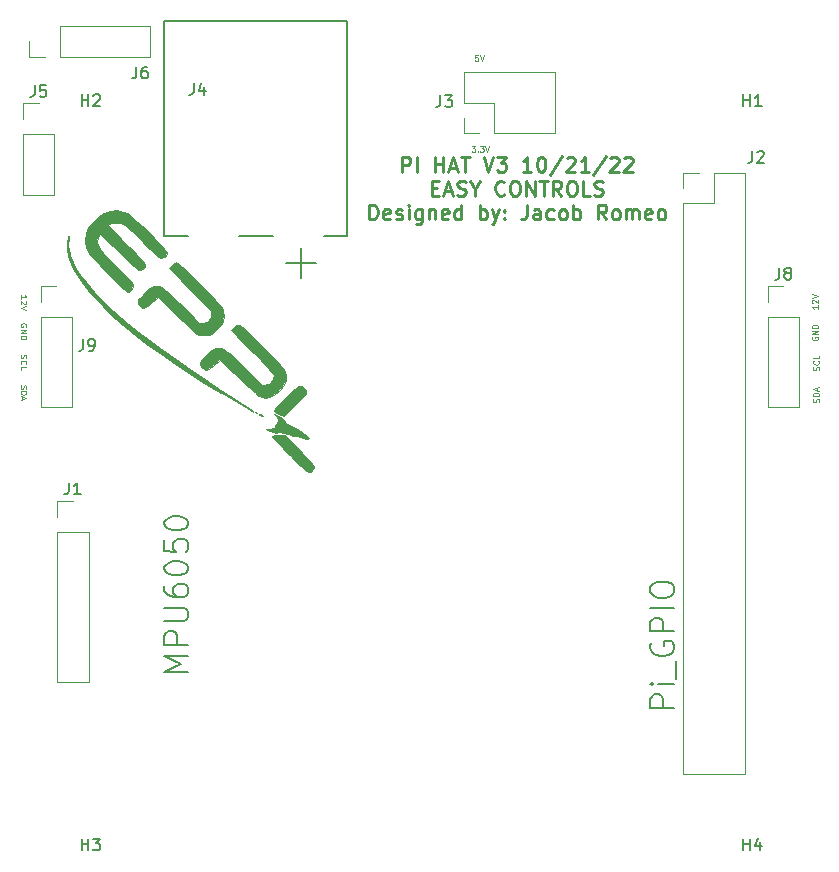
<source format=gbr>
%TF.GenerationSoftware,KiCad,Pcbnew,6.0.8-f2edbf62ab~116~ubuntu22.04.1*%
%TF.CreationDate,2022-11-20T23:04:20-05:00*%
%TF.ProjectId,Pi_HAT_Simple_V3,50695f48-4154-45f5-9369-6d706c655f56,rev?*%
%TF.SameCoordinates,Original*%
%TF.FileFunction,Legend,Top*%
%TF.FilePolarity,Positive*%
%FSLAX46Y46*%
G04 Gerber Fmt 4.6, Leading zero omitted, Abs format (unit mm)*
G04 Created by KiCad (PCBNEW 6.0.8-f2edbf62ab~116~ubuntu22.04.1) date 2022-11-20 23:04:20*
%MOMM*%
%LPD*%
G01*
G04 APERTURE LIST*
%ADD10C,0.100000*%
%ADD11C,0.150000*%
%ADD12C,0.250000*%
%ADD13C,0.010000*%
%ADD14C,0.120000*%
%ADD15C,0.127000*%
G04 APERTURE END LIST*
D10*
X161152380Y-94795238D02*
X161176190Y-94723809D01*
X161176190Y-94604761D01*
X161152380Y-94557142D01*
X161128571Y-94533333D01*
X161080952Y-94509523D01*
X161033333Y-94509523D01*
X160985714Y-94533333D01*
X160961904Y-94557142D01*
X160938095Y-94604761D01*
X160914285Y-94700000D01*
X160890476Y-94747619D01*
X160866666Y-94771428D01*
X160819047Y-94795238D01*
X160771428Y-94795238D01*
X160723809Y-94771428D01*
X160700000Y-94747619D01*
X160676190Y-94700000D01*
X160676190Y-94580952D01*
X160700000Y-94509523D01*
X161128571Y-94009523D02*
X161152380Y-94033333D01*
X161176190Y-94104761D01*
X161176190Y-94152380D01*
X161152380Y-94223809D01*
X161104761Y-94271428D01*
X161057142Y-94295238D01*
X160961904Y-94319047D01*
X160890476Y-94319047D01*
X160795238Y-94295238D01*
X160747619Y-94271428D01*
X160700000Y-94223809D01*
X160676190Y-94152380D01*
X160676190Y-94104761D01*
X160700000Y-94033333D01*
X160723809Y-94009523D01*
X161176190Y-93557142D02*
X161176190Y-93795238D01*
X160676190Y-93795238D01*
X161076190Y-89309523D02*
X161076190Y-89595238D01*
X161076190Y-89452380D02*
X160576190Y-89452380D01*
X160647619Y-89500000D01*
X160695238Y-89547619D01*
X160719047Y-89595238D01*
X160623809Y-89119047D02*
X160600000Y-89095238D01*
X160576190Y-89047619D01*
X160576190Y-88928571D01*
X160600000Y-88880952D01*
X160623809Y-88857142D01*
X160671428Y-88833333D01*
X160719047Y-88833333D01*
X160790476Y-88857142D01*
X161076190Y-89142857D01*
X161076190Y-88833333D01*
X160576190Y-88690476D02*
X161076190Y-88523809D01*
X160576190Y-88357142D01*
X160600000Y-91980952D02*
X160576190Y-92028571D01*
X160576190Y-92100000D01*
X160600000Y-92171428D01*
X160647619Y-92219047D01*
X160695238Y-92242857D01*
X160790476Y-92266666D01*
X160861904Y-92266666D01*
X160957142Y-92242857D01*
X161004761Y-92219047D01*
X161052380Y-92171428D01*
X161076190Y-92100000D01*
X161076190Y-92052380D01*
X161052380Y-91980952D01*
X161028571Y-91957142D01*
X160861904Y-91957142D01*
X160861904Y-92052380D01*
X161076190Y-91742857D02*
X160576190Y-91742857D01*
X161076190Y-91457142D01*
X160576190Y-91457142D01*
X161076190Y-91219047D02*
X160576190Y-91219047D01*
X160576190Y-91100000D01*
X160600000Y-91028571D01*
X160647619Y-90980952D01*
X160695238Y-90957142D01*
X160790476Y-90933333D01*
X160861904Y-90933333D01*
X160957142Y-90957142D01*
X161004761Y-90980952D01*
X161052380Y-91028571D01*
X161076190Y-91100000D01*
X161076190Y-91219047D01*
X161152380Y-97507142D02*
X161176190Y-97435714D01*
X161176190Y-97316666D01*
X161152380Y-97269047D01*
X161128571Y-97245238D01*
X161080952Y-97221428D01*
X161033333Y-97221428D01*
X160985714Y-97245238D01*
X160961904Y-97269047D01*
X160938095Y-97316666D01*
X160914285Y-97411904D01*
X160890476Y-97459523D01*
X160866666Y-97483333D01*
X160819047Y-97507142D01*
X160771428Y-97507142D01*
X160723809Y-97483333D01*
X160700000Y-97459523D01*
X160676190Y-97411904D01*
X160676190Y-97292857D01*
X160700000Y-97221428D01*
X161176190Y-97007142D02*
X160676190Y-97007142D01*
X160676190Y-96888095D01*
X160700000Y-96816666D01*
X160747619Y-96769047D01*
X160795238Y-96745238D01*
X160890476Y-96721428D01*
X160961904Y-96721428D01*
X161057142Y-96745238D01*
X161104761Y-96769047D01*
X161152380Y-96816666D01*
X161176190Y-96888095D01*
X161176190Y-97007142D01*
X161033333Y-96530952D02*
X161033333Y-96292857D01*
X161176190Y-96578571D02*
X160676190Y-96411904D01*
X161176190Y-96245238D01*
D11*
X107754761Y-120323809D02*
X105754761Y-120323809D01*
X107183333Y-119657142D01*
X105754761Y-118990476D01*
X107754761Y-118990476D01*
X107754761Y-118038095D02*
X105754761Y-118038095D01*
X105754761Y-117276190D01*
X105850000Y-117085714D01*
X105945238Y-116990476D01*
X106135714Y-116895238D01*
X106421428Y-116895238D01*
X106611904Y-116990476D01*
X106707142Y-117085714D01*
X106802380Y-117276190D01*
X106802380Y-118038095D01*
X105754761Y-116038095D02*
X107373809Y-116038095D01*
X107564285Y-115942857D01*
X107659523Y-115847619D01*
X107754761Y-115657142D01*
X107754761Y-115276190D01*
X107659523Y-115085714D01*
X107564285Y-114990476D01*
X107373809Y-114895238D01*
X105754761Y-114895238D01*
X105754761Y-113085714D02*
X105754761Y-113466666D01*
X105850000Y-113657142D01*
X105945238Y-113752380D01*
X106230952Y-113942857D01*
X106611904Y-114038095D01*
X107373809Y-114038095D01*
X107564285Y-113942857D01*
X107659523Y-113847619D01*
X107754761Y-113657142D01*
X107754761Y-113276190D01*
X107659523Y-113085714D01*
X107564285Y-112990476D01*
X107373809Y-112895238D01*
X106897619Y-112895238D01*
X106707142Y-112990476D01*
X106611904Y-113085714D01*
X106516666Y-113276190D01*
X106516666Y-113657142D01*
X106611904Y-113847619D01*
X106707142Y-113942857D01*
X106897619Y-114038095D01*
X105754761Y-111657142D02*
X105754761Y-111466666D01*
X105850000Y-111276190D01*
X105945238Y-111180952D01*
X106135714Y-111085714D01*
X106516666Y-110990476D01*
X106992857Y-110990476D01*
X107373809Y-111085714D01*
X107564285Y-111180952D01*
X107659523Y-111276190D01*
X107754761Y-111466666D01*
X107754761Y-111657142D01*
X107659523Y-111847619D01*
X107564285Y-111942857D01*
X107373809Y-112038095D01*
X106992857Y-112133333D01*
X106516666Y-112133333D01*
X106135714Y-112038095D01*
X105945238Y-111942857D01*
X105850000Y-111847619D01*
X105754761Y-111657142D01*
X105754761Y-109180952D02*
X105754761Y-110133333D01*
X106707142Y-110228571D01*
X106611904Y-110133333D01*
X106516666Y-109942857D01*
X106516666Y-109466666D01*
X106611904Y-109276190D01*
X106707142Y-109180952D01*
X106897619Y-109085714D01*
X107373809Y-109085714D01*
X107564285Y-109180952D01*
X107659523Y-109276190D01*
X107754761Y-109466666D01*
X107754761Y-109942857D01*
X107659523Y-110133333D01*
X107564285Y-110228571D01*
X105754761Y-107847619D02*
X105754761Y-107657142D01*
X105850000Y-107466666D01*
X105945238Y-107371428D01*
X106135714Y-107276190D01*
X106516666Y-107180952D01*
X106992857Y-107180952D01*
X107373809Y-107276190D01*
X107564285Y-107371428D01*
X107659523Y-107466666D01*
X107754761Y-107657142D01*
X107754761Y-107847619D01*
X107659523Y-108038095D01*
X107564285Y-108133333D01*
X107373809Y-108228571D01*
X106992857Y-108323809D01*
X106516666Y-108323809D01*
X106135714Y-108228571D01*
X105945238Y-108133333D01*
X105850000Y-108038095D01*
X105754761Y-107847619D01*
D10*
X131761904Y-75826190D02*
X132071428Y-75826190D01*
X131904761Y-76016666D01*
X131976190Y-76016666D01*
X132023809Y-76040476D01*
X132047619Y-76064285D01*
X132071428Y-76111904D01*
X132071428Y-76230952D01*
X132047619Y-76278571D01*
X132023809Y-76302380D01*
X131976190Y-76326190D01*
X131833333Y-76326190D01*
X131785714Y-76302380D01*
X131761904Y-76278571D01*
X132285714Y-76278571D02*
X132309523Y-76302380D01*
X132285714Y-76326190D01*
X132261904Y-76302380D01*
X132285714Y-76278571D01*
X132285714Y-76326190D01*
X132476190Y-75826190D02*
X132785714Y-75826190D01*
X132619047Y-76016666D01*
X132690476Y-76016666D01*
X132738095Y-76040476D01*
X132761904Y-76064285D01*
X132785714Y-76111904D01*
X132785714Y-76230952D01*
X132761904Y-76278571D01*
X132738095Y-76302380D01*
X132690476Y-76326190D01*
X132547619Y-76326190D01*
X132500000Y-76302380D01*
X132476190Y-76278571D01*
X132928571Y-75826190D02*
X133095238Y-76326190D01*
X133261904Y-75826190D01*
X132304761Y-68126190D02*
X132066666Y-68126190D01*
X132042857Y-68364285D01*
X132066666Y-68340476D01*
X132114285Y-68316666D01*
X132233333Y-68316666D01*
X132280952Y-68340476D01*
X132304761Y-68364285D01*
X132328571Y-68411904D01*
X132328571Y-68530952D01*
X132304761Y-68578571D01*
X132280952Y-68602380D01*
X132233333Y-68626190D01*
X132114285Y-68626190D01*
X132066666Y-68602380D01*
X132042857Y-68578571D01*
X132471428Y-68126190D02*
X132638095Y-68626190D01*
X132804761Y-68126190D01*
X94050000Y-91119047D02*
X94073809Y-91071428D01*
X94073809Y-91000000D01*
X94050000Y-90928571D01*
X94002380Y-90880952D01*
X93954761Y-90857142D01*
X93859523Y-90833333D01*
X93788095Y-90833333D01*
X93692857Y-90857142D01*
X93645238Y-90880952D01*
X93597619Y-90928571D01*
X93573809Y-91000000D01*
X93573809Y-91047619D01*
X93597619Y-91119047D01*
X93621428Y-91142857D01*
X93788095Y-91142857D01*
X93788095Y-91047619D01*
X93573809Y-91357142D02*
X94073809Y-91357142D01*
X93573809Y-91642857D01*
X94073809Y-91642857D01*
X93573809Y-91880952D02*
X94073809Y-91880952D01*
X94073809Y-92000000D01*
X94050000Y-92071428D01*
X94002380Y-92119047D01*
X93954761Y-92142857D01*
X93859523Y-92166666D01*
X93788095Y-92166666D01*
X93692857Y-92142857D01*
X93645238Y-92119047D01*
X93597619Y-92071428D01*
X93573809Y-92000000D01*
X93573809Y-91880952D01*
X93573809Y-88740476D02*
X93573809Y-88454761D01*
X93573809Y-88597619D02*
X94073809Y-88597619D01*
X94002380Y-88550000D01*
X93954761Y-88502380D01*
X93930952Y-88454761D01*
X94026190Y-88930952D02*
X94050000Y-88954761D01*
X94073809Y-89002380D01*
X94073809Y-89121428D01*
X94050000Y-89169047D01*
X94026190Y-89192857D01*
X93978571Y-89216666D01*
X93930952Y-89216666D01*
X93859523Y-89192857D01*
X93573809Y-88907142D01*
X93573809Y-89216666D01*
X94073809Y-89359523D02*
X93573809Y-89526190D01*
X94073809Y-89692857D01*
X93597619Y-96092857D02*
X93573809Y-96164285D01*
X93573809Y-96283333D01*
X93597619Y-96330952D01*
X93621428Y-96354761D01*
X93669047Y-96378571D01*
X93716666Y-96378571D01*
X93764285Y-96354761D01*
X93788095Y-96330952D01*
X93811904Y-96283333D01*
X93835714Y-96188095D01*
X93859523Y-96140476D01*
X93883333Y-96116666D01*
X93930952Y-96092857D01*
X93978571Y-96092857D01*
X94026190Y-96116666D01*
X94050000Y-96140476D01*
X94073809Y-96188095D01*
X94073809Y-96307142D01*
X94050000Y-96378571D01*
X93573809Y-96592857D02*
X94073809Y-96592857D01*
X94073809Y-96711904D01*
X94050000Y-96783333D01*
X94002380Y-96830952D01*
X93954761Y-96854761D01*
X93859523Y-96878571D01*
X93788095Y-96878571D01*
X93692857Y-96854761D01*
X93645238Y-96830952D01*
X93597619Y-96783333D01*
X93573809Y-96711904D01*
X93573809Y-96592857D01*
X93716666Y-97069047D02*
X93716666Y-97307142D01*
X93573809Y-97021428D02*
X94073809Y-97188095D01*
X93573809Y-97354761D01*
X93597619Y-93504761D02*
X93573809Y-93576190D01*
X93573809Y-93695238D01*
X93597619Y-93742857D01*
X93621428Y-93766666D01*
X93669047Y-93790476D01*
X93716666Y-93790476D01*
X93764285Y-93766666D01*
X93788095Y-93742857D01*
X93811904Y-93695238D01*
X93835714Y-93600000D01*
X93859523Y-93552380D01*
X93883333Y-93528571D01*
X93930952Y-93504761D01*
X93978571Y-93504761D01*
X94026190Y-93528571D01*
X94050000Y-93552380D01*
X94073809Y-93600000D01*
X94073809Y-93719047D01*
X94050000Y-93790476D01*
X93621428Y-94290476D02*
X93597619Y-94266666D01*
X93573809Y-94195238D01*
X93573809Y-94147619D01*
X93597619Y-94076190D01*
X93645238Y-94028571D01*
X93692857Y-94004761D01*
X93788095Y-93980952D01*
X93859523Y-93980952D01*
X93954761Y-94004761D01*
X94002380Y-94028571D01*
X94050000Y-94076190D01*
X94073809Y-94147619D01*
X94073809Y-94195238D01*
X94050000Y-94266666D01*
X94026190Y-94290476D01*
X93573809Y-94742857D02*
X93573809Y-94504761D01*
X94073809Y-94504761D01*
D12*
X125867857Y-78002976D02*
X125867857Y-76752976D01*
X126344047Y-76752976D01*
X126463095Y-76812500D01*
X126522619Y-76872023D01*
X126582142Y-76991071D01*
X126582142Y-77169642D01*
X126522619Y-77288690D01*
X126463095Y-77348214D01*
X126344047Y-77407738D01*
X125867857Y-77407738D01*
X127117857Y-78002976D02*
X127117857Y-76752976D01*
X128665476Y-78002976D02*
X128665476Y-76752976D01*
X128665476Y-77348214D02*
X129379761Y-77348214D01*
X129379761Y-78002976D02*
X129379761Y-76752976D01*
X129915476Y-77645833D02*
X130510714Y-77645833D01*
X129796428Y-78002976D02*
X130213095Y-76752976D01*
X130629761Y-78002976D01*
X130867857Y-76752976D02*
X131582142Y-76752976D01*
X131225000Y-78002976D02*
X131225000Y-76752976D01*
X132772619Y-76752976D02*
X133189285Y-78002976D01*
X133605952Y-76752976D01*
X133903571Y-76752976D02*
X134677380Y-76752976D01*
X134260714Y-77229166D01*
X134439285Y-77229166D01*
X134558333Y-77288690D01*
X134617857Y-77348214D01*
X134677380Y-77467261D01*
X134677380Y-77764880D01*
X134617857Y-77883928D01*
X134558333Y-77943452D01*
X134439285Y-78002976D01*
X134082142Y-78002976D01*
X133963095Y-77943452D01*
X133903571Y-77883928D01*
X136820238Y-78002976D02*
X136105952Y-78002976D01*
X136463095Y-78002976D02*
X136463095Y-76752976D01*
X136344047Y-76931547D01*
X136225000Y-77050595D01*
X136105952Y-77110119D01*
X137594047Y-76752976D02*
X137713095Y-76752976D01*
X137832142Y-76812500D01*
X137891666Y-76872023D01*
X137951190Y-76991071D01*
X138010714Y-77229166D01*
X138010714Y-77526785D01*
X137951190Y-77764880D01*
X137891666Y-77883928D01*
X137832142Y-77943452D01*
X137713095Y-78002976D01*
X137594047Y-78002976D01*
X137475000Y-77943452D01*
X137415476Y-77883928D01*
X137355952Y-77764880D01*
X137296428Y-77526785D01*
X137296428Y-77229166D01*
X137355952Y-76991071D01*
X137415476Y-76872023D01*
X137475000Y-76812500D01*
X137594047Y-76752976D01*
X139439285Y-76693452D02*
X138367857Y-78300595D01*
X139796428Y-76872023D02*
X139855952Y-76812500D01*
X139975000Y-76752976D01*
X140272619Y-76752976D01*
X140391666Y-76812500D01*
X140451190Y-76872023D01*
X140510714Y-76991071D01*
X140510714Y-77110119D01*
X140451190Y-77288690D01*
X139736904Y-78002976D01*
X140510714Y-78002976D01*
X141701190Y-78002976D02*
X140986904Y-78002976D01*
X141344047Y-78002976D02*
X141344047Y-76752976D01*
X141225000Y-76931547D01*
X141105952Y-77050595D01*
X140986904Y-77110119D01*
X143129761Y-76693452D02*
X142058333Y-78300595D01*
X143486904Y-76872023D02*
X143546428Y-76812500D01*
X143665476Y-76752976D01*
X143963095Y-76752976D01*
X144082142Y-76812500D01*
X144141666Y-76872023D01*
X144201190Y-76991071D01*
X144201190Y-77110119D01*
X144141666Y-77288690D01*
X143427380Y-78002976D01*
X144201190Y-78002976D01*
X144677380Y-76872023D02*
X144736904Y-76812500D01*
X144855952Y-76752976D01*
X145153571Y-76752976D01*
X145272619Y-76812500D01*
X145332142Y-76872023D01*
X145391666Y-76991071D01*
X145391666Y-77110119D01*
X145332142Y-77288690D01*
X144617857Y-78002976D01*
X145391666Y-78002976D01*
X128397619Y-79360714D02*
X128814285Y-79360714D01*
X128992857Y-80015476D02*
X128397619Y-80015476D01*
X128397619Y-78765476D01*
X128992857Y-78765476D01*
X129469047Y-79658333D02*
X130064285Y-79658333D01*
X129350000Y-80015476D02*
X129766666Y-78765476D01*
X130183333Y-80015476D01*
X130540476Y-79955952D02*
X130719047Y-80015476D01*
X131016666Y-80015476D01*
X131135714Y-79955952D01*
X131195238Y-79896428D01*
X131254761Y-79777380D01*
X131254761Y-79658333D01*
X131195238Y-79539285D01*
X131135714Y-79479761D01*
X131016666Y-79420238D01*
X130778571Y-79360714D01*
X130659523Y-79301190D01*
X130600000Y-79241666D01*
X130540476Y-79122619D01*
X130540476Y-79003571D01*
X130600000Y-78884523D01*
X130659523Y-78825000D01*
X130778571Y-78765476D01*
X131076190Y-78765476D01*
X131254761Y-78825000D01*
X132028571Y-79420238D02*
X132028571Y-80015476D01*
X131611904Y-78765476D02*
X132028571Y-79420238D01*
X132445238Y-78765476D01*
X134528571Y-79896428D02*
X134469047Y-79955952D01*
X134290476Y-80015476D01*
X134171428Y-80015476D01*
X133992857Y-79955952D01*
X133873809Y-79836904D01*
X133814285Y-79717857D01*
X133754761Y-79479761D01*
X133754761Y-79301190D01*
X133814285Y-79063095D01*
X133873809Y-78944047D01*
X133992857Y-78825000D01*
X134171428Y-78765476D01*
X134290476Y-78765476D01*
X134469047Y-78825000D01*
X134528571Y-78884523D01*
X135302380Y-78765476D02*
X135540476Y-78765476D01*
X135659523Y-78825000D01*
X135778571Y-78944047D01*
X135838095Y-79182142D01*
X135838095Y-79598809D01*
X135778571Y-79836904D01*
X135659523Y-79955952D01*
X135540476Y-80015476D01*
X135302380Y-80015476D01*
X135183333Y-79955952D01*
X135064285Y-79836904D01*
X135004761Y-79598809D01*
X135004761Y-79182142D01*
X135064285Y-78944047D01*
X135183333Y-78825000D01*
X135302380Y-78765476D01*
X136373809Y-80015476D02*
X136373809Y-78765476D01*
X137088095Y-80015476D01*
X137088095Y-78765476D01*
X137504761Y-78765476D02*
X138219047Y-78765476D01*
X137861904Y-80015476D02*
X137861904Y-78765476D01*
X139350000Y-80015476D02*
X138933333Y-79420238D01*
X138635714Y-80015476D02*
X138635714Y-78765476D01*
X139111904Y-78765476D01*
X139230952Y-78825000D01*
X139290476Y-78884523D01*
X139350000Y-79003571D01*
X139350000Y-79182142D01*
X139290476Y-79301190D01*
X139230952Y-79360714D01*
X139111904Y-79420238D01*
X138635714Y-79420238D01*
X140123809Y-78765476D02*
X140361904Y-78765476D01*
X140480952Y-78825000D01*
X140600000Y-78944047D01*
X140659523Y-79182142D01*
X140659523Y-79598809D01*
X140600000Y-79836904D01*
X140480952Y-79955952D01*
X140361904Y-80015476D01*
X140123809Y-80015476D01*
X140004761Y-79955952D01*
X139885714Y-79836904D01*
X139826190Y-79598809D01*
X139826190Y-79182142D01*
X139885714Y-78944047D01*
X140004761Y-78825000D01*
X140123809Y-78765476D01*
X141790476Y-80015476D02*
X141195238Y-80015476D01*
X141195238Y-78765476D01*
X142147619Y-79955952D02*
X142326190Y-80015476D01*
X142623809Y-80015476D01*
X142742857Y-79955952D01*
X142802380Y-79896428D01*
X142861904Y-79777380D01*
X142861904Y-79658333D01*
X142802380Y-79539285D01*
X142742857Y-79479761D01*
X142623809Y-79420238D01*
X142385714Y-79360714D01*
X142266666Y-79301190D01*
X142207142Y-79241666D01*
X142147619Y-79122619D01*
X142147619Y-79003571D01*
X142207142Y-78884523D01*
X142266666Y-78825000D01*
X142385714Y-78765476D01*
X142683333Y-78765476D01*
X142861904Y-78825000D01*
X123100000Y-82027976D02*
X123100000Y-80777976D01*
X123397619Y-80777976D01*
X123576190Y-80837500D01*
X123695238Y-80956547D01*
X123754761Y-81075595D01*
X123814285Y-81313690D01*
X123814285Y-81492261D01*
X123754761Y-81730357D01*
X123695238Y-81849404D01*
X123576190Y-81968452D01*
X123397619Y-82027976D01*
X123100000Y-82027976D01*
X124826190Y-81968452D02*
X124707142Y-82027976D01*
X124469047Y-82027976D01*
X124350000Y-81968452D01*
X124290476Y-81849404D01*
X124290476Y-81373214D01*
X124350000Y-81254166D01*
X124469047Y-81194642D01*
X124707142Y-81194642D01*
X124826190Y-81254166D01*
X124885714Y-81373214D01*
X124885714Y-81492261D01*
X124290476Y-81611309D01*
X125361904Y-81968452D02*
X125480952Y-82027976D01*
X125719047Y-82027976D01*
X125838095Y-81968452D01*
X125897619Y-81849404D01*
X125897619Y-81789880D01*
X125838095Y-81670833D01*
X125719047Y-81611309D01*
X125540476Y-81611309D01*
X125421428Y-81551785D01*
X125361904Y-81432738D01*
X125361904Y-81373214D01*
X125421428Y-81254166D01*
X125540476Y-81194642D01*
X125719047Y-81194642D01*
X125838095Y-81254166D01*
X126433333Y-82027976D02*
X126433333Y-81194642D01*
X126433333Y-80777976D02*
X126373809Y-80837500D01*
X126433333Y-80897023D01*
X126492857Y-80837500D01*
X126433333Y-80777976D01*
X126433333Y-80897023D01*
X127564285Y-81194642D02*
X127564285Y-82206547D01*
X127504761Y-82325595D01*
X127445238Y-82385119D01*
X127326190Y-82444642D01*
X127147619Y-82444642D01*
X127028571Y-82385119D01*
X127564285Y-81968452D02*
X127445238Y-82027976D01*
X127207142Y-82027976D01*
X127088095Y-81968452D01*
X127028571Y-81908928D01*
X126969047Y-81789880D01*
X126969047Y-81432738D01*
X127028571Y-81313690D01*
X127088095Y-81254166D01*
X127207142Y-81194642D01*
X127445238Y-81194642D01*
X127564285Y-81254166D01*
X128159523Y-81194642D02*
X128159523Y-82027976D01*
X128159523Y-81313690D02*
X128219047Y-81254166D01*
X128338095Y-81194642D01*
X128516666Y-81194642D01*
X128635714Y-81254166D01*
X128695238Y-81373214D01*
X128695238Y-82027976D01*
X129766666Y-81968452D02*
X129647619Y-82027976D01*
X129409523Y-82027976D01*
X129290476Y-81968452D01*
X129230952Y-81849404D01*
X129230952Y-81373214D01*
X129290476Y-81254166D01*
X129409523Y-81194642D01*
X129647619Y-81194642D01*
X129766666Y-81254166D01*
X129826190Y-81373214D01*
X129826190Y-81492261D01*
X129230952Y-81611309D01*
X130897619Y-82027976D02*
X130897619Y-80777976D01*
X130897619Y-81968452D02*
X130778571Y-82027976D01*
X130540476Y-82027976D01*
X130421428Y-81968452D01*
X130361904Y-81908928D01*
X130302380Y-81789880D01*
X130302380Y-81432738D01*
X130361904Y-81313690D01*
X130421428Y-81254166D01*
X130540476Y-81194642D01*
X130778571Y-81194642D01*
X130897619Y-81254166D01*
X132445238Y-82027976D02*
X132445238Y-80777976D01*
X132445238Y-81254166D02*
X132564285Y-81194642D01*
X132802380Y-81194642D01*
X132921428Y-81254166D01*
X132980952Y-81313690D01*
X133040476Y-81432738D01*
X133040476Y-81789880D01*
X132980952Y-81908928D01*
X132921428Y-81968452D01*
X132802380Y-82027976D01*
X132564285Y-82027976D01*
X132445238Y-81968452D01*
X133457142Y-81194642D02*
X133754761Y-82027976D01*
X134052380Y-81194642D02*
X133754761Y-82027976D01*
X133635714Y-82325595D01*
X133576190Y-82385119D01*
X133457142Y-82444642D01*
X134528571Y-81908928D02*
X134588095Y-81968452D01*
X134528571Y-82027976D01*
X134469047Y-81968452D01*
X134528571Y-81908928D01*
X134528571Y-82027976D01*
X134528571Y-81254166D02*
X134588095Y-81313690D01*
X134528571Y-81373214D01*
X134469047Y-81313690D01*
X134528571Y-81254166D01*
X134528571Y-81373214D01*
X136433333Y-80777976D02*
X136433333Y-81670833D01*
X136373809Y-81849404D01*
X136254761Y-81968452D01*
X136076190Y-82027976D01*
X135957142Y-82027976D01*
X137564285Y-82027976D02*
X137564285Y-81373214D01*
X137504761Y-81254166D01*
X137385714Y-81194642D01*
X137147619Y-81194642D01*
X137028571Y-81254166D01*
X137564285Y-81968452D02*
X137445238Y-82027976D01*
X137147619Y-82027976D01*
X137028571Y-81968452D01*
X136969047Y-81849404D01*
X136969047Y-81730357D01*
X137028571Y-81611309D01*
X137147619Y-81551785D01*
X137445238Y-81551785D01*
X137564285Y-81492261D01*
X138695238Y-81968452D02*
X138576190Y-82027976D01*
X138338095Y-82027976D01*
X138219047Y-81968452D01*
X138159523Y-81908928D01*
X138100000Y-81789880D01*
X138100000Y-81432738D01*
X138159523Y-81313690D01*
X138219047Y-81254166D01*
X138338095Y-81194642D01*
X138576190Y-81194642D01*
X138695238Y-81254166D01*
X139409523Y-82027976D02*
X139290476Y-81968452D01*
X139230952Y-81908928D01*
X139171428Y-81789880D01*
X139171428Y-81432738D01*
X139230952Y-81313690D01*
X139290476Y-81254166D01*
X139409523Y-81194642D01*
X139588095Y-81194642D01*
X139707142Y-81254166D01*
X139766666Y-81313690D01*
X139826190Y-81432738D01*
X139826190Y-81789880D01*
X139766666Y-81908928D01*
X139707142Y-81968452D01*
X139588095Y-82027976D01*
X139409523Y-82027976D01*
X140361904Y-82027976D02*
X140361904Y-80777976D01*
X140361904Y-81254166D02*
X140480952Y-81194642D01*
X140719047Y-81194642D01*
X140838095Y-81254166D01*
X140897619Y-81313690D01*
X140957142Y-81432738D01*
X140957142Y-81789880D01*
X140897619Y-81908928D01*
X140838095Y-81968452D01*
X140719047Y-82027976D01*
X140480952Y-82027976D01*
X140361904Y-81968452D01*
X143159523Y-82027976D02*
X142742857Y-81432738D01*
X142445238Y-82027976D02*
X142445238Y-80777976D01*
X142921428Y-80777976D01*
X143040476Y-80837500D01*
X143100000Y-80897023D01*
X143159523Y-81016071D01*
X143159523Y-81194642D01*
X143100000Y-81313690D01*
X143040476Y-81373214D01*
X142921428Y-81432738D01*
X142445238Y-81432738D01*
X143873809Y-82027976D02*
X143754761Y-81968452D01*
X143695238Y-81908928D01*
X143635714Y-81789880D01*
X143635714Y-81432738D01*
X143695238Y-81313690D01*
X143754761Y-81254166D01*
X143873809Y-81194642D01*
X144052380Y-81194642D01*
X144171428Y-81254166D01*
X144230952Y-81313690D01*
X144290476Y-81432738D01*
X144290476Y-81789880D01*
X144230952Y-81908928D01*
X144171428Y-81968452D01*
X144052380Y-82027976D01*
X143873809Y-82027976D01*
X144826190Y-82027976D02*
X144826190Y-81194642D01*
X144826190Y-81313690D02*
X144885714Y-81254166D01*
X145004761Y-81194642D01*
X145183333Y-81194642D01*
X145302380Y-81254166D01*
X145361904Y-81373214D01*
X145361904Y-82027976D01*
X145361904Y-81373214D02*
X145421428Y-81254166D01*
X145540476Y-81194642D01*
X145719047Y-81194642D01*
X145838095Y-81254166D01*
X145897619Y-81373214D01*
X145897619Y-82027976D01*
X146969047Y-81968452D02*
X146850000Y-82027976D01*
X146611904Y-82027976D01*
X146492857Y-81968452D01*
X146433333Y-81849404D01*
X146433333Y-81373214D01*
X146492857Y-81254166D01*
X146611904Y-81194642D01*
X146850000Y-81194642D01*
X146969047Y-81254166D01*
X147028571Y-81373214D01*
X147028571Y-81492261D01*
X146433333Y-81611309D01*
X147742857Y-82027976D02*
X147623809Y-81968452D01*
X147564285Y-81908928D01*
X147504761Y-81789880D01*
X147504761Y-81432738D01*
X147564285Y-81313690D01*
X147623809Y-81254166D01*
X147742857Y-81194642D01*
X147921428Y-81194642D01*
X148040476Y-81254166D01*
X148100000Y-81313690D01*
X148159523Y-81432738D01*
X148159523Y-81789880D01*
X148100000Y-81908928D01*
X148040476Y-81968452D01*
X147921428Y-82027976D01*
X147742857Y-82027976D01*
D11*
%TO.C,J2*%
X155516666Y-76252380D02*
X155516666Y-76966666D01*
X155469047Y-77109523D01*
X155373809Y-77204761D01*
X155230952Y-77252380D01*
X155135714Y-77252380D01*
X155945238Y-76347619D02*
X155992857Y-76300000D01*
X156088095Y-76252380D01*
X156326190Y-76252380D01*
X156421428Y-76300000D01*
X156469047Y-76347619D01*
X156516666Y-76442857D01*
X156516666Y-76538095D01*
X156469047Y-76680952D01*
X155897619Y-77252380D01*
X156516666Y-77252380D01*
X148904761Y-123385714D02*
X146904761Y-123385714D01*
X146904761Y-122623809D01*
X147000000Y-122433333D01*
X147095238Y-122338095D01*
X147285714Y-122242857D01*
X147571428Y-122242857D01*
X147761904Y-122338095D01*
X147857142Y-122433333D01*
X147952380Y-122623809D01*
X147952380Y-123385714D01*
X148904761Y-121385714D02*
X147571428Y-121385714D01*
X146904761Y-121385714D02*
X147000000Y-121480952D01*
X147095238Y-121385714D01*
X147000000Y-121290476D01*
X146904761Y-121385714D01*
X147095238Y-121385714D01*
X149095238Y-120909523D02*
X149095238Y-119385714D01*
X147000000Y-117861904D02*
X146904761Y-118052380D01*
X146904761Y-118338095D01*
X147000000Y-118623809D01*
X147190476Y-118814285D01*
X147380952Y-118909523D01*
X147761904Y-119004761D01*
X148047619Y-119004761D01*
X148428571Y-118909523D01*
X148619047Y-118814285D01*
X148809523Y-118623809D01*
X148904761Y-118338095D01*
X148904761Y-118147619D01*
X148809523Y-117861904D01*
X148714285Y-117766666D01*
X148047619Y-117766666D01*
X148047619Y-118147619D01*
X148904761Y-116909523D02*
X146904761Y-116909523D01*
X146904761Y-116147619D01*
X147000000Y-115957142D01*
X147095238Y-115861904D01*
X147285714Y-115766666D01*
X147571428Y-115766666D01*
X147761904Y-115861904D01*
X147857142Y-115957142D01*
X147952380Y-116147619D01*
X147952380Y-116909523D01*
X148904761Y-114909523D02*
X146904761Y-114909523D01*
X146904761Y-113576190D02*
X146904761Y-113195238D01*
X147000000Y-113004761D01*
X147190476Y-112814285D01*
X147571428Y-112719047D01*
X148238095Y-112719047D01*
X148619047Y-112814285D01*
X148809523Y-113004761D01*
X148904761Y-113195238D01*
X148904761Y-113576190D01*
X148809523Y-113766666D01*
X148619047Y-113957142D01*
X148238095Y-114052380D01*
X147571428Y-114052380D01*
X147190476Y-113957142D01*
X147000000Y-113766666D01*
X146904761Y-113576190D01*
%TO.C,J3*%
X129116666Y-71502380D02*
X129116666Y-72216666D01*
X129069047Y-72359523D01*
X128973809Y-72454761D01*
X128830952Y-72502380D01*
X128735714Y-72502380D01*
X129497619Y-71502380D02*
X130116666Y-71502380D01*
X129783333Y-71883333D01*
X129926190Y-71883333D01*
X130021428Y-71930952D01*
X130069047Y-71978571D01*
X130116666Y-72073809D01*
X130116666Y-72311904D01*
X130069047Y-72407142D01*
X130021428Y-72454761D01*
X129926190Y-72502380D01*
X129640476Y-72502380D01*
X129545238Y-72454761D01*
X129497619Y-72407142D01*
%TO.C,H1*%
X154738095Y-72452380D02*
X154738095Y-71452380D01*
X154738095Y-71928571D02*
X155309523Y-71928571D01*
X155309523Y-72452380D02*
X155309523Y-71452380D01*
X156309523Y-72452380D02*
X155738095Y-72452380D01*
X156023809Y-72452380D02*
X156023809Y-71452380D01*
X155928571Y-71595238D01*
X155833333Y-71690476D01*
X155738095Y-71738095D01*
%TO.C,H2*%
X98738095Y-72452380D02*
X98738095Y-71452380D01*
X98738095Y-71928571D02*
X99309523Y-71928571D01*
X99309523Y-72452380D02*
X99309523Y-71452380D01*
X99738095Y-71547619D02*
X99785714Y-71500000D01*
X99880952Y-71452380D01*
X100119047Y-71452380D01*
X100214285Y-71500000D01*
X100261904Y-71547619D01*
X100309523Y-71642857D01*
X100309523Y-71738095D01*
X100261904Y-71880952D01*
X99690476Y-72452380D01*
X100309523Y-72452380D01*
%TO.C,H3*%
X98738095Y-135452380D02*
X98738095Y-134452380D01*
X98738095Y-134928571D02*
X99309523Y-134928571D01*
X99309523Y-135452380D02*
X99309523Y-134452380D01*
X99690476Y-134452380D02*
X100309523Y-134452380D01*
X99976190Y-134833333D01*
X100119047Y-134833333D01*
X100214285Y-134880952D01*
X100261904Y-134928571D01*
X100309523Y-135023809D01*
X100309523Y-135261904D01*
X100261904Y-135357142D01*
X100214285Y-135404761D01*
X100119047Y-135452380D01*
X99833333Y-135452380D01*
X99738095Y-135404761D01*
X99690476Y-135357142D01*
%TO.C,J1*%
X97666666Y-104322380D02*
X97666666Y-105036666D01*
X97619047Y-105179523D01*
X97523809Y-105274761D01*
X97380952Y-105322380D01*
X97285714Y-105322380D01*
X98666666Y-105322380D02*
X98095238Y-105322380D01*
X98380952Y-105322380D02*
X98380952Y-104322380D01*
X98285714Y-104465238D01*
X98190476Y-104560476D01*
X98095238Y-104608095D01*
%TO.C,H4*%
X154738095Y-135452380D02*
X154738095Y-134452380D01*
X154738095Y-134928571D02*
X155309523Y-134928571D01*
X155309523Y-135452380D02*
X155309523Y-134452380D01*
X156214285Y-134785714D02*
X156214285Y-135452380D01*
X155976190Y-134404761D02*
X155738095Y-135119047D01*
X156357142Y-135119047D01*
%TO.C,J4*%
X108216519Y-70502139D02*
X108216519Y-71216740D01*
X108168879Y-71359660D01*
X108073599Y-71454940D01*
X107930679Y-71502580D01*
X107835399Y-71502580D01*
X109121680Y-70835619D02*
X109121680Y-71502580D01*
X108883480Y-70454499D02*
X108645280Y-71169100D01*
X109264600Y-71169100D01*
%TO.C,J5*%
X94766666Y-70672380D02*
X94766666Y-71386666D01*
X94719047Y-71529523D01*
X94623809Y-71624761D01*
X94480952Y-71672380D01*
X94385714Y-71672380D01*
X95719047Y-70672380D02*
X95242857Y-70672380D01*
X95195238Y-71148571D01*
X95242857Y-71100952D01*
X95338095Y-71053333D01*
X95576190Y-71053333D01*
X95671428Y-71100952D01*
X95719047Y-71148571D01*
X95766666Y-71243809D01*
X95766666Y-71481904D01*
X95719047Y-71577142D01*
X95671428Y-71624761D01*
X95576190Y-71672380D01*
X95338095Y-71672380D01*
X95242857Y-71624761D01*
X95195238Y-71577142D01*
%TO.C,J6*%
X103366666Y-69102380D02*
X103366666Y-69816666D01*
X103319047Y-69959523D01*
X103223809Y-70054761D01*
X103080952Y-70102380D01*
X102985714Y-70102380D01*
X104271428Y-69102380D02*
X104080952Y-69102380D01*
X103985714Y-69150000D01*
X103938095Y-69197619D01*
X103842857Y-69340476D01*
X103795238Y-69530952D01*
X103795238Y-69911904D01*
X103842857Y-70007142D01*
X103890476Y-70054761D01*
X103985714Y-70102380D01*
X104176190Y-70102380D01*
X104271428Y-70054761D01*
X104319047Y-70007142D01*
X104366666Y-69911904D01*
X104366666Y-69673809D01*
X104319047Y-69578571D01*
X104271428Y-69530952D01*
X104176190Y-69483333D01*
X103985714Y-69483333D01*
X103890476Y-69530952D01*
X103842857Y-69578571D01*
X103795238Y-69673809D01*
%TO.C,J8*%
X157816666Y-86122380D02*
X157816666Y-86836666D01*
X157769047Y-86979523D01*
X157673809Y-87074761D01*
X157530952Y-87122380D01*
X157435714Y-87122380D01*
X158435714Y-86550952D02*
X158340476Y-86503333D01*
X158292857Y-86455714D01*
X158245238Y-86360476D01*
X158245238Y-86312857D01*
X158292857Y-86217619D01*
X158340476Y-86170000D01*
X158435714Y-86122380D01*
X158626190Y-86122380D01*
X158721428Y-86170000D01*
X158769047Y-86217619D01*
X158816666Y-86312857D01*
X158816666Y-86360476D01*
X158769047Y-86455714D01*
X158721428Y-86503333D01*
X158626190Y-86550952D01*
X158435714Y-86550952D01*
X158340476Y-86598571D01*
X158292857Y-86646190D01*
X158245238Y-86741428D01*
X158245238Y-86931904D01*
X158292857Y-87027142D01*
X158340476Y-87074761D01*
X158435714Y-87122380D01*
X158626190Y-87122380D01*
X158721428Y-87074761D01*
X158769047Y-87027142D01*
X158816666Y-86931904D01*
X158816666Y-86741428D01*
X158769047Y-86646190D01*
X158721428Y-86598571D01*
X158626190Y-86550952D01*
%TO.C,J9*%
X98866666Y-92152380D02*
X98866666Y-92866666D01*
X98819047Y-93009523D01*
X98723809Y-93104761D01*
X98580952Y-93152380D01*
X98485714Y-93152380D01*
X99390476Y-93152380D02*
X99580952Y-93152380D01*
X99676190Y-93104761D01*
X99723809Y-93057142D01*
X99819047Y-92914285D01*
X99866666Y-92723809D01*
X99866666Y-92342857D01*
X99819047Y-92247619D01*
X99771428Y-92200000D01*
X99676190Y-92152380D01*
X99485714Y-92152380D01*
X99390476Y-92200000D01*
X99342857Y-92247619D01*
X99295238Y-92342857D01*
X99295238Y-92580952D01*
X99342857Y-92676190D01*
X99390476Y-92723809D01*
X99485714Y-92771428D01*
X99676190Y-92771428D01*
X99771428Y-92723809D01*
X99819047Y-92676190D01*
X99866666Y-92580952D01*
%TO.C,G\u002A\u002A\u002A*%
G36*
X97704008Y-83472654D02*
G01*
X97677948Y-83653469D01*
X97659243Y-83732577D01*
X97621768Y-84018303D01*
X97625049Y-84361089D01*
X97641680Y-84513338D01*
X97768580Y-85085454D01*
X97980960Y-85655442D01*
X98290102Y-86242018D01*
X98707294Y-86863898D01*
X99243817Y-87539800D01*
X99910958Y-88288439D01*
X99930290Y-88309195D01*
X100533054Y-88934663D01*
X101176622Y-89559706D01*
X101870670Y-90191582D01*
X102624876Y-90837551D01*
X103448916Y-91504872D01*
X104352467Y-92200804D01*
X105345206Y-92932604D01*
X106436810Y-93707534D01*
X107636955Y-94532849D01*
X108955319Y-95415812D01*
X110401579Y-96363679D01*
X111985410Y-97383711D01*
X112268530Y-97564490D01*
X112631264Y-97800439D01*
X112936413Y-98007693D01*
X113158330Y-98168153D01*
X113271374Y-98263718D01*
X113280480Y-98278745D01*
X113258465Y-98325765D01*
X113255064Y-98323108D01*
X113167426Y-98265114D01*
X112959128Y-98137352D01*
X112655947Y-97955086D01*
X112283659Y-97733576D01*
X111868043Y-97488087D01*
X111434875Y-97233881D01*
X111009931Y-96986219D01*
X110618989Y-96760365D01*
X110516278Y-96701481D01*
X109357751Y-96014779D01*
X108143049Y-95250854D01*
X106904608Y-94432380D01*
X105674862Y-93582029D01*
X104486246Y-92722472D01*
X103371195Y-91876383D01*
X102362144Y-91066434D01*
X101918393Y-90691483D01*
X101061920Y-89920687D01*
X100256239Y-89131572D01*
X99539232Y-88362210D01*
X99171277Y-87930708D01*
X98649982Y-87235219D01*
X98207028Y-86524253D01*
X97855724Y-85825228D01*
X97609383Y-85165564D01*
X97481316Y-84572681D01*
X97468508Y-84423208D01*
X97476331Y-84188882D01*
X97513210Y-83917632D01*
X97568114Y-83661277D01*
X97630015Y-83471638D01*
X97686201Y-83400446D01*
X97704008Y-83472654D01*
G37*
D13*
X97704008Y-83472654D02*
X97677948Y-83653469D01*
X97659243Y-83732577D01*
X97621768Y-84018303D01*
X97625049Y-84361089D01*
X97641680Y-84513338D01*
X97768580Y-85085454D01*
X97980960Y-85655442D01*
X98290102Y-86242018D01*
X98707294Y-86863898D01*
X99243817Y-87539800D01*
X99910958Y-88288439D01*
X99930290Y-88309195D01*
X100533054Y-88934663D01*
X101176622Y-89559706D01*
X101870670Y-90191582D01*
X102624876Y-90837551D01*
X103448916Y-91504872D01*
X104352467Y-92200804D01*
X105345206Y-92932604D01*
X106436810Y-93707534D01*
X107636955Y-94532849D01*
X108955319Y-95415812D01*
X110401579Y-96363679D01*
X111985410Y-97383711D01*
X112268530Y-97564490D01*
X112631264Y-97800439D01*
X112936413Y-98007693D01*
X113158330Y-98168153D01*
X113271374Y-98263718D01*
X113280480Y-98278745D01*
X113258465Y-98325765D01*
X113255064Y-98323108D01*
X113167426Y-98265114D01*
X112959128Y-98137352D01*
X112655947Y-97955086D01*
X112283659Y-97733576D01*
X111868043Y-97488087D01*
X111434875Y-97233881D01*
X111009931Y-96986219D01*
X110618989Y-96760365D01*
X110516278Y-96701481D01*
X109357751Y-96014779D01*
X108143049Y-95250854D01*
X106904608Y-94432380D01*
X105674862Y-93582029D01*
X104486246Y-92722472D01*
X103371195Y-91876383D01*
X102362144Y-91066434D01*
X101918393Y-90691483D01*
X101061920Y-89920687D01*
X100256239Y-89131572D01*
X99539232Y-88362210D01*
X99171277Y-87930708D01*
X98649982Y-87235219D01*
X98207028Y-86524253D01*
X97855724Y-85825228D01*
X97609383Y-85165564D01*
X97481316Y-84572681D01*
X97468508Y-84423208D01*
X97476331Y-84188882D01*
X97513210Y-83917632D01*
X97568114Y-83661277D01*
X97630015Y-83471638D01*
X97686201Y-83400446D01*
X97704008Y-83472654D01*
G36*
X102282028Y-81367050D02*
G01*
X102552189Y-81480325D01*
X102756472Y-81613920D01*
X103040180Y-81839739D01*
X103383704Y-82138287D01*
X103767436Y-82490063D01*
X104171771Y-82875572D01*
X104577102Y-83275312D01*
X104963821Y-83669790D01*
X105312322Y-84039507D01*
X105602998Y-84364963D01*
X105816241Y-84626663D01*
X105932444Y-84805108D01*
X105948029Y-84857243D01*
X105876615Y-85100231D01*
X105678254Y-85244907D01*
X105477635Y-85276322D01*
X105394751Y-85270010D01*
X105307943Y-85241484D01*
X105200340Y-85176353D01*
X105055065Y-85060225D01*
X104855248Y-84878710D01*
X104584013Y-84617419D01*
X104224489Y-84261960D01*
X103850156Y-83888317D01*
X103399913Y-83439617D01*
X103049888Y-83095900D01*
X102781699Y-82841289D01*
X102576962Y-82659907D01*
X102417290Y-82535881D01*
X102284300Y-82453332D01*
X102159607Y-82396385D01*
X102095055Y-82372700D01*
X101850179Y-82324580D01*
X101569136Y-82321682D01*
X101301854Y-82357027D01*
X101098262Y-82423640D01*
X101008289Y-82514545D01*
X101007463Y-82524651D01*
X101065027Y-82603024D01*
X101227180Y-82783876D01*
X101478113Y-83050613D01*
X101802017Y-83386645D01*
X102183082Y-83775378D01*
X102572023Y-84166761D01*
X103067871Y-84663856D01*
X103454156Y-85056869D01*
X103741549Y-85360957D01*
X103940723Y-85591272D01*
X104062348Y-85762969D01*
X104117097Y-85891203D01*
X104115641Y-85991129D01*
X104068653Y-86077902D01*
X103986803Y-86166676D01*
X103983002Y-86170437D01*
X103885394Y-86264052D01*
X103796809Y-86326065D01*
X103701783Y-86346205D01*
X103584852Y-86314207D01*
X103430551Y-86219802D01*
X103223415Y-86052722D01*
X102947979Y-85802700D01*
X102588780Y-85459468D01*
X102130353Y-85012757D01*
X101900002Y-84787407D01*
X101467605Y-84367399D01*
X101074905Y-83991740D01*
X100737896Y-83675262D01*
X100472573Y-83432800D01*
X100294930Y-83279187D01*
X100220962Y-83229259D01*
X100220367Y-83229648D01*
X100179258Y-83332610D01*
X100127368Y-83539863D01*
X100108279Y-83633765D01*
X100076022Y-83843366D01*
X100073928Y-84030631D01*
X100114105Y-84214052D01*
X100208660Y-84412119D01*
X100369702Y-84643320D01*
X100609338Y-84926146D01*
X100939676Y-85279086D01*
X101372824Y-85720632D01*
X101670073Y-86018757D01*
X102118265Y-86468001D01*
X102460334Y-86814839D01*
X102710542Y-87075953D01*
X102883153Y-87268020D01*
X102992428Y-87407722D01*
X103052630Y-87511738D01*
X103078023Y-87596748D01*
X103082900Y-87671057D01*
X103028594Y-87936023D01*
X102849330Y-88100710D01*
X102717647Y-88151833D01*
X102657943Y-88162697D01*
X102590475Y-88149633D01*
X102500105Y-88099445D01*
X102371698Y-87998936D01*
X102190116Y-87834911D01*
X101940224Y-87594171D01*
X101606883Y-87263523D01*
X101174959Y-86829769D01*
X101006495Y-86660027D01*
X100582558Y-86229406D01*
X100192805Y-85827270D01*
X99855064Y-85472510D01*
X99587161Y-85184019D01*
X99406924Y-84980687D01*
X99337239Y-84891064D01*
X99124311Y-84386274D01*
X99049411Y-83828902D01*
X99113285Y-83265507D01*
X99303127Y-82767217D01*
X99669912Y-82234336D01*
X100121723Y-81808135D01*
X100633699Y-81498460D01*
X101180980Y-81315156D01*
X101738709Y-81268071D01*
X102282028Y-81367050D01*
G37*
X102282028Y-81367050D02*
X102552189Y-81480325D01*
X102756472Y-81613920D01*
X103040180Y-81839739D01*
X103383704Y-82138287D01*
X103767436Y-82490063D01*
X104171771Y-82875572D01*
X104577102Y-83275312D01*
X104963821Y-83669790D01*
X105312322Y-84039507D01*
X105602998Y-84364963D01*
X105816241Y-84626663D01*
X105932444Y-84805108D01*
X105948029Y-84857243D01*
X105876615Y-85100231D01*
X105678254Y-85244907D01*
X105477635Y-85276322D01*
X105394751Y-85270010D01*
X105307943Y-85241484D01*
X105200340Y-85176353D01*
X105055065Y-85060225D01*
X104855248Y-84878710D01*
X104584013Y-84617419D01*
X104224489Y-84261960D01*
X103850156Y-83888317D01*
X103399913Y-83439617D01*
X103049888Y-83095900D01*
X102781699Y-82841289D01*
X102576962Y-82659907D01*
X102417290Y-82535881D01*
X102284300Y-82453332D01*
X102159607Y-82396385D01*
X102095055Y-82372700D01*
X101850179Y-82324580D01*
X101569136Y-82321682D01*
X101301854Y-82357027D01*
X101098262Y-82423640D01*
X101008289Y-82514545D01*
X101007463Y-82524651D01*
X101065027Y-82603024D01*
X101227180Y-82783876D01*
X101478113Y-83050613D01*
X101802017Y-83386645D01*
X102183082Y-83775378D01*
X102572023Y-84166761D01*
X103067871Y-84663856D01*
X103454156Y-85056869D01*
X103741549Y-85360957D01*
X103940723Y-85591272D01*
X104062348Y-85762969D01*
X104117097Y-85891203D01*
X104115641Y-85991129D01*
X104068653Y-86077902D01*
X103986803Y-86166676D01*
X103983002Y-86170437D01*
X103885394Y-86264052D01*
X103796809Y-86326065D01*
X103701783Y-86346205D01*
X103584852Y-86314207D01*
X103430551Y-86219802D01*
X103223415Y-86052722D01*
X102947979Y-85802700D01*
X102588780Y-85459468D01*
X102130353Y-85012757D01*
X101900002Y-84787407D01*
X101467605Y-84367399D01*
X101074905Y-83991740D01*
X100737896Y-83675262D01*
X100472573Y-83432800D01*
X100294930Y-83279187D01*
X100220962Y-83229259D01*
X100220367Y-83229648D01*
X100179258Y-83332610D01*
X100127368Y-83539863D01*
X100108279Y-83633765D01*
X100076022Y-83843366D01*
X100073928Y-84030631D01*
X100114105Y-84214052D01*
X100208660Y-84412119D01*
X100369702Y-84643320D01*
X100609338Y-84926146D01*
X100939676Y-85279086D01*
X101372824Y-85720632D01*
X101670073Y-86018757D01*
X102118265Y-86468001D01*
X102460334Y-86814839D01*
X102710542Y-87075953D01*
X102883153Y-87268020D01*
X102992428Y-87407722D01*
X103052630Y-87511738D01*
X103078023Y-87596748D01*
X103082900Y-87671057D01*
X103028594Y-87936023D01*
X102849330Y-88100710D01*
X102717647Y-88151833D01*
X102657943Y-88162697D01*
X102590475Y-88149633D01*
X102500105Y-88099445D01*
X102371698Y-87998936D01*
X102190116Y-87834911D01*
X101940224Y-87594171D01*
X101606883Y-87263523D01*
X101174959Y-86829769D01*
X101006495Y-86660027D01*
X100582558Y-86229406D01*
X100192805Y-85827270D01*
X99855064Y-85472510D01*
X99587161Y-85184019D01*
X99406924Y-84980687D01*
X99337239Y-84891064D01*
X99124311Y-84386274D01*
X99049411Y-83828902D01*
X99113285Y-83265507D01*
X99303127Y-82767217D01*
X99669912Y-82234336D01*
X100121723Y-81808135D01*
X100633699Y-81498460D01*
X101180980Y-81315156D01*
X101738709Y-81268071D01*
X102282028Y-81367050D01*
G36*
X106848565Y-85693570D02*
G01*
X106958548Y-85768341D01*
X107166769Y-85947190D01*
X107454665Y-86211587D01*
X107803677Y-86543008D01*
X108195245Y-86922923D01*
X108610807Y-87332803D01*
X109031804Y-87754121D01*
X109439676Y-88168349D01*
X109815862Y-88556960D01*
X110141802Y-88901423D01*
X110398935Y-89183212D01*
X110568700Y-89383799D01*
X110623382Y-89461817D01*
X110741544Y-89807045D01*
X110776641Y-90216720D01*
X110722000Y-90604163D01*
X110713461Y-90631884D01*
X110524900Y-91009775D01*
X110235055Y-91353543D01*
X109885505Y-91627828D01*
X109517829Y-91797269D01*
X109299779Y-91834135D01*
X109076482Y-91840654D01*
X108889600Y-91834631D01*
X108720247Y-91803639D01*
X108549538Y-91735248D01*
X108358589Y-91617032D01*
X108128514Y-91436561D01*
X107840429Y-91181406D01*
X107475449Y-90839140D01*
X107014690Y-90397334D01*
X106794739Y-90185528D01*
X105178293Y-88628951D01*
X104652102Y-89095272D01*
X104349347Y-89349433D01*
X104129352Y-89488225D01*
X103959357Y-89520089D01*
X103806603Y-89453468D01*
X103684321Y-89344633D01*
X103548144Y-89158303D01*
X103491807Y-89028267D01*
X103488733Y-88931465D01*
X103543329Y-88814055D01*
X103675510Y-88648218D01*
X103905191Y-88406130D01*
X104019559Y-88290974D01*
X104304576Y-88013574D01*
X104511799Y-87836200D01*
X104677159Y-87733414D01*
X104836587Y-87679782D01*
X104900350Y-87667457D01*
X105079980Y-87646017D01*
X105246472Y-87654358D01*
X105417072Y-87704623D01*
X105609028Y-87808958D01*
X105839586Y-87979509D01*
X106125992Y-88228419D01*
X106485493Y-88567836D01*
X106935335Y-89009901D01*
X107244550Y-89318235D01*
X108715970Y-90789654D01*
X109009869Y-90789654D01*
X109326809Y-90718181D01*
X109518751Y-90574672D01*
X109698304Y-90297407D01*
X109733732Y-90065791D01*
X109733732Y-89771892D01*
X106136187Y-86174347D01*
X106403488Y-85907046D01*
X106607468Y-85733374D01*
X106767278Y-85680569D01*
X106848565Y-85693570D01*
G37*
X106848565Y-85693570D02*
X106958548Y-85768341D01*
X107166769Y-85947190D01*
X107454665Y-86211587D01*
X107803677Y-86543008D01*
X108195245Y-86922923D01*
X108610807Y-87332803D01*
X109031804Y-87754121D01*
X109439676Y-88168349D01*
X109815862Y-88556960D01*
X110141802Y-88901423D01*
X110398935Y-89183212D01*
X110568700Y-89383799D01*
X110623382Y-89461817D01*
X110741544Y-89807045D01*
X110776641Y-90216720D01*
X110722000Y-90604163D01*
X110713461Y-90631884D01*
X110524900Y-91009775D01*
X110235055Y-91353543D01*
X109885505Y-91627828D01*
X109517829Y-91797269D01*
X109299779Y-91834135D01*
X109076482Y-91840654D01*
X108889600Y-91834631D01*
X108720247Y-91803639D01*
X108549538Y-91735248D01*
X108358589Y-91617032D01*
X108128514Y-91436561D01*
X107840429Y-91181406D01*
X107475449Y-90839140D01*
X107014690Y-90397334D01*
X106794739Y-90185528D01*
X105178293Y-88628951D01*
X104652102Y-89095272D01*
X104349347Y-89349433D01*
X104129352Y-89488225D01*
X103959357Y-89520089D01*
X103806603Y-89453468D01*
X103684321Y-89344633D01*
X103548144Y-89158303D01*
X103491807Y-89028267D01*
X103488733Y-88931465D01*
X103543329Y-88814055D01*
X103675510Y-88648218D01*
X103905191Y-88406130D01*
X104019559Y-88290974D01*
X104304576Y-88013574D01*
X104511799Y-87836200D01*
X104677159Y-87733414D01*
X104836587Y-87679782D01*
X104900350Y-87667457D01*
X105079980Y-87646017D01*
X105246472Y-87654358D01*
X105417072Y-87704623D01*
X105609028Y-87808958D01*
X105839586Y-87979509D01*
X106125992Y-88228419D01*
X106485493Y-88567836D01*
X106935335Y-89009901D01*
X107244550Y-89318235D01*
X108715970Y-90789654D01*
X109009869Y-90789654D01*
X109326809Y-90718181D01*
X109518751Y-90574672D01*
X109698304Y-90297407D01*
X109733732Y-90065791D01*
X109733732Y-89771892D01*
X106136187Y-86174347D01*
X106403488Y-85907046D01*
X106607468Y-85733374D01*
X106767278Y-85680569D01*
X106848565Y-85693570D01*
G36*
X112094898Y-90983819D02*
G01*
X112253748Y-91071322D01*
X112460459Y-91230455D01*
X112729570Y-91470939D01*
X113075617Y-91802498D01*
X113513139Y-92234853D01*
X114024189Y-92745246D01*
X114533717Y-93255760D01*
X114936869Y-93663063D01*
X115247697Y-93982979D01*
X115480252Y-94231339D01*
X115648587Y-94423971D01*
X115766753Y-94576704D01*
X115848801Y-94705365D01*
X115908783Y-94825784D01*
X115941971Y-94905562D01*
X116049656Y-95341140D01*
X116008063Y-95752958D01*
X115811613Y-96164645D01*
X115572129Y-96473145D01*
X115152292Y-96856973D01*
X114721997Y-97072341D01*
X114279522Y-97119901D01*
X114000566Y-97066084D01*
X113877854Y-97024532D01*
X113758890Y-96969272D01*
X113626376Y-96885862D01*
X113463009Y-96759862D01*
X113251489Y-96576832D01*
X112974515Y-96322331D01*
X112614785Y-95981918D01*
X112155002Y-95541154D01*
X112033222Y-95424011D01*
X110446710Y-93897367D01*
X109981351Y-94327002D01*
X109650164Y-94602793D01*
X109389127Y-94743928D01*
X109174975Y-94756989D01*
X108984437Y-94648551D01*
X108952164Y-94617951D01*
X108816042Y-94417310D01*
X108762158Y-94257765D01*
X108762640Y-94144283D01*
X108815412Y-94021807D01*
X108942057Y-93858885D01*
X109164158Y-93624059D01*
X109270240Y-93517260D01*
X109550052Y-93246500D01*
X109754414Y-93076619D01*
X109920168Y-92981750D01*
X110084160Y-92936031D01*
X110102397Y-92933086D01*
X110299362Y-92910350D01*
X110477163Y-92915512D01*
X110653641Y-92960775D01*
X110846636Y-93058341D01*
X111073989Y-93220412D01*
X111353538Y-93459189D01*
X111703124Y-93786875D01*
X112140587Y-94215671D01*
X112497109Y-94570980D01*
X112958501Y-95031311D01*
X113316923Y-95385200D01*
X113588516Y-95646563D01*
X113789417Y-95829319D01*
X113935768Y-95947383D01*
X114043709Y-96014673D01*
X114129378Y-96045108D01*
X114208916Y-96052603D01*
X114215372Y-96052629D01*
X114468809Y-96010508D01*
X114642394Y-95938512D01*
X114810815Y-95775097D01*
X114950118Y-95538252D01*
X115021985Y-95302341D01*
X115020129Y-95205392D01*
X114957326Y-95118925D01*
X114790771Y-94927213D01*
X114535103Y-94646079D01*
X114204960Y-94291346D01*
X113814982Y-93878834D01*
X113379808Y-93424369D01*
X113200655Y-93238815D01*
X111404604Y-91382896D01*
X111647371Y-91155649D01*
X111760147Y-91053860D01*
X111862635Y-90984811D01*
X111969373Y-90958222D01*
X112094898Y-90983819D01*
G37*
X112094898Y-90983819D02*
X112253748Y-91071322D01*
X112460459Y-91230455D01*
X112729570Y-91470939D01*
X113075617Y-91802498D01*
X113513139Y-92234853D01*
X114024189Y-92745246D01*
X114533717Y-93255760D01*
X114936869Y-93663063D01*
X115247697Y-93982979D01*
X115480252Y-94231339D01*
X115648587Y-94423971D01*
X115766753Y-94576704D01*
X115848801Y-94705365D01*
X115908783Y-94825784D01*
X115941971Y-94905562D01*
X116049656Y-95341140D01*
X116008063Y-95752958D01*
X115811613Y-96164645D01*
X115572129Y-96473145D01*
X115152292Y-96856973D01*
X114721997Y-97072341D01*
X114279522Y-97119901D01*
X114000566Y-97066084D01*
X113877854Y-97024532D01*
X113758890Y-96969272D01*
X113626376Y-96885862D01*
X113463009Y-96759862D01*
X113251489Y-96576832D01*
X112974515Y-96322331D01*
X112614785Y-95981918D01*
X112155002Y-95541154D01*
X112033222Y-95424011D01*
X110446710Y-93897367D01*
X109981351Y-94327002D01*
X109650164Y-94602793D01*
X109389127Y-94743928D01*
X109174975Y-94756989D01*
X108984437Y-94648551D01*
X108952164Y-94617951D01*
X108816042Y-94417310D01*
X108762158Y-94257765D01*
X108762640Y-94144283D01*
X108815412Y-94021807D01*
X108942057Y-93858885D01*
X109164158Y-93624059D01*
X109270240Y-93517260D01*
X109550052Y-93246500D01*
X109754414Y-93076619D01*
X109920168Y-92981750D01*
X110084160Y-92936031D01*
X110102397Y-92933086D01*
X110299362Y-92910350D01*
X110477163Y-92915512D01*
X110653641Y-92960775D01*
X110846636Y-93058341D01*
X111073989Y-93220412D01*
X111353538Y-93459189D01*
X111703124Y-93786875D01*
X112140587Y-94215671D01*
X112497109Y-94570980D01*
X112958501Y-95031311D01*
X113316923Y-95385200D01*
X113588516Y-95646563D01*
X113789417Y-95829319D01*
X113935768Y-95947383D01*
X114043709Y-96014673D01*
X114129378Y-96045108D01*
X114208916Y-96052603D01*
X114215372Y-96052629D01*
X114468809Y-96010508D01*
X114642394Y-95938512D01*
X114810815Y-95775097D01*
X114950118Y-95538252D01*
X115021985Y-95302341D01*
X115020129Y-95205392D01*
X114957326Y-95118925D01*
X114790771Y-94927213D01*
X114535103Y-94646079D01*
X114204960Y-94291346D01*
X113814982Y-93878834D01*
X113379808Y-93424369D01*
X113200655Y-93238815D01*
X111404604Y-91382896D01*
X111647371Y-91155649D01*
X111760147Y-91053860D01*
X111862635Y-90984811D01*
X111969373Y-90958222D01*
X112094898Y-90983819D01*
G36*
X117130906Y-101479589D02*
G01*
X117585557Y-101938712D01*
X117927577Y-102298551D01*
X118167397Y-102576142D01*
X118315445Y-102788520D01*
X118382153Y-102952720D01*
X118377948Y-103085778D01*
X118313262Y-103204727D01*
X118238178Y-103288123D01*
X118138919Y-103379292D01*
X118044372Y-103431144D01*
X117937949Y-103432624D01*
X117803065Y-103372676D01*
X117623130Y-103240245D01*
X117381559Y-103024279D01*
X117061764Y-102713720D01*
X116647159Y-102297514D01*
X116445511Y-102093358D01*
X116049351Y-101689814D01*
X115686917Y-101316695D01*
X115377498Y-100994177D01*
X115140388Y-100742432D01*
X114994880Y-100581641D01*
X114964752Y-100544777D01*
X114868066Y-100402987D01*
X114839433Y-100340821D01*
X114924426Y-100330671D01*
X115132339Y-100318265D01*
X115396466Y-100307122D01*
X115939119Y-100287802D01*
X117130906Y-101479589D01*
G37*
X117130906Y-101479589D02*
X117585557Y-101938712D01*
X117927577Y-102298551D01*
X118167397Y-102576142D01*
X118315445Y-102788520D01*
X118382153Y-102952720D01*
X118377948Y-103085778D01*
X118313262Y-103204727D01*
X118238178Y-103288123D01*
X118138919Y-103379292D01*
X118044372Y-103431144D01*
X117937949Y-103432624D01*
X117803065Y-103372676D01*
X117623130Y-103240245D01*
X117381559Y-103024279D01*
X117061764Y-102713720D01*
X116647159Y-102297514D01*
X116445511Y-102093358D01*
X116049351Y-101689814D01*
X115686917Y-101316695D01*
X115377498Y-100994177D01*
X115140388Y-100742432D01*
X114994880Y-100581641D01*
X114964752Y-100544777D01*
X114868066Y-100402987D01*
X114839433Y-100340821D01*
X114924426Y-100330671D01*
X115132339Y-100318265D01*
X115396466Y-100307122D01*
X115939119Y-100287802D01*
X117130906Y-101479589D01*
G36*
X115336647Y-98645531D02*
G01*
X115694602Y-98874133D01*
X115856764Y-99053390D01*
X116026151Y-99235229D01*
X116266116Y-99411802D01*
X116613909Y-99608874D01*
X116787774Y-99697328D01*
X117167685Y-99902885D01*
X117495072Y-100110430D01*
X117750634Y-100303600D01*
X117915068Y-100466029D01*
X117969072Y-100581351D01*
X117893345Y-100633202D01*
X117891776Y-100633354D01*
X117716904Y-100616319D01*
X117453217Y-100555332D01*
X117263970Y-100498144D01*
X116981003Y-100411081D01*
X116742729Y-100349902D01*
X116643624Y-100332680D01*
X116459988Y-100287500D01*
X116220121Y-100194415D01*
X116175124Y-100173563D01*
X115893245Y-100092290D01*
X115557890Y-100067362D01*
X115454852Y-100074057D01*
X115171234Y-100090433D01*
X114938168Y-100055733D01*
X114682056Y-99953124D01*
X114488934Y-99853162D01*
X114388210Y-99791599D01*
X114396452Y-99758855D01*
X114536057Y-99743889D01*
X114722332Y-99738117D01*
X114983254Y-99719212D01*
X115104863Y-99671900D01*
X115119662Y-99598501D01*
X115149802Y-99445981D01*
X115253192Y-99288239D01*
X115379960Y-99099383D01*
X115369197Y-98927023D01*
X115217096Y-98720178D01*
X115210213Y-98712805D01*
X115036408Y-98527399D01*
X115336647Y-98645531D01*
G37*
X115336647Y-98645531D02*
X115694602Y-98874133D01*
X115856764Y-99053390D01*
X116026151Y-99235229D01*
X116266116Y-99411802D01*
X116613909Y-99608874D01*
X116787774Y-99697328D01*
X117167685Y-99902885D01*
X117495072Y-100110430D01*
X117750634Y-100303600D01*
X117915068Y-100466029D01*
X117969072Y-100581351D01*
X117893345Y-100633202D01*
X117891776Y-100633354D01*
X117716904Y-100616319D01*
X117453217Y-100555332D01*
X117263970Y-100498144D01*
X116981003Y-100411081D01*
X116742729Y-100349902D01*
X116643624Y-100332680D01*
X116459988Y-100287500D01*
X116220121Y-100194415D01*
X116175124Y-100173563D01*
X115893245Y-100092290D01*
X115557890Y-100067362D01*
X115454852Y-100074057D01*
X115171234Y-100090433D01*
X114938168Y-100055733D01*
X114682056Y-99953124D01*
X114488934Y-99853162D01*
X114388210Y-99791599D01*
X114396452Y-99758855D01*
X114536057Y-99743889D01*
X114722332Y-99738117D01*
X114983254Y-99719212D01*
X115104863Y-99671900D01*
X115119662Y-99598501D01*
X115149802Y-99445981D01*
X115253192Y-99288239D01*
X115379960Y-99099383D01*
X115369197Y-98927023D01*
X115217096Y-98720178D01*
X115210213Y-98712805D01*
X115036408Y-98527399D01*
X115336647Y-98645531D01*
G36*
X113469800Y-98335373D02*
G01*
X113570504Y-98421803D01*
X113579822Y-98454847D01*
X113534756Y-98464203D01*
X113469800Y-98407714D01*
X113420539Y-98329211D01*
X113469800Y-98335373D01*
G37*
X113469800Y-98335373D02*
X113570504Y-98421803D01*
X113579822Y-98454847D01*
X113534756Y-98464203D01*
X113469800Y-98407714D01*
X113420539Y-98329211D01*
X113469800Y-98335373D01*
G36*
X113829273Y-98537166D02*
G01*
X114001097Y-98619199D01*
X114072255Y-98679020D01*
X114020164Y-98694047D01*
X113978944Y-98686838D01*
X113801501Y-98608673D01*
X113744596Y-98561976D01*
X113725888Y-98509081D01*
X113829273Y-98537166D01*
G37*
X113829273Y-98537166D02*
X114001097Y-98619199D01*
X114072255Y-98679020D01*
X114020164Y-98694047D01*
X113978944Y-98686838D01*
X113801501Y-98608673D01*
X113744596Y-98561976D01*
X113725888Y-98509081D01*
X113829273Y-98537166D01*
G36*
X117448673Y-96183291D02*
G01*
X117571046Y-96292102D01*
X117688818Y-96427363D01*
X117744985Y-96557060D01*
X117728858Y-96702103D01*
X117629744Y-96883395D01*
X117436954Y-97121846D01*
X117139798Y-97438360D01*
X116819219Y-97762350D01*
X115896338Y-98685230D01*
X115613076Y-98568920D01*
X115302787Y-98435380D01*
X115125188Y-98337723D01*
X115053317Y-98255373D01*
X115060218Y-98167759D01*
X115066777Y-98151999D01*
X115144938Y-98048452D01*
X115321753Y-97850004D01*
X115575078Y-97580422D01*
X115882772Y-97263473D01*
X116074957Y-97069771D01*
X116473899Y-96676125D01*
X116777396Y-96395107D01*
X117006034Y-96216016D01*
X117180401Y-96128151D01*
X117321086Y-96120809D01*
X117448673Y-96183291D01*
G37*
X117448673Y-96183291D02*
X117571046Y-96292102D01*
X117688818Y-96427363D01*
X117744985Y-96557060D01*
X117728858Y-96702103D01*
X117629744Y-96883395D01*
X117436954Y-97121846D01*
X117139798Y-97438360D01*
X116819219Y-97762350D01*
X115896338Y-98685230D01*
X115613076Y-98568920D01*
X115302787Y-98435380D01*
X115125188Y-98337723D01*
X115053317Y-98255373D01*
X115060218Y-98167759D01*
X115066777Y-98151999D01*
X115144938Y-98048452D01*
X115321753Y-97850004D01*
X115575078Y-97580422D01*
X115882772Y-97263473D01*
X116074957Y-97069771D01*
X116473899Y-96676125D01*
X116777396Y-96395107D01*
X117006034Y-96216016D01*
X117180401Y-96128151D01*
X117321086Y-96120809D01*
X117448673Y-96183291D01*
D14*
%TO.C,J2*%
X152270000Y-80670000D02*
X152270000Y-78070000D01*
X154870000Y-78070000D02*
X154870000Y-128990000D01*
X152270000Y-78070000D02*
X154870000Y-78070000D01*
X149670000Y-78070000D02*
X151000000Y-78070000D01*
X149670000Y-80670000D02*
X149670000Y-128990000D01*
X149670000Y-80670000D02*
X152270000Y-80670000D01*
X149670000Y-79400000D02*
X149670000Y-78070000D01*
X149670000Y-128990000D02*
X154870000Y-128990000D01*
%TO.C,J3*%
X131095000Y-69555000D02*
X138835000Y-69555000D01*
X132425000Y-74755000D02*
X131095000Y-74755000D01*
X133695000Y-72155000D02*
X131095000Y-72155000D01*
X133695000Y-74755000D02*
X133695000Y-72155000D01*
X131095000Y-74755000D02*
X131095000Y-73425000D01*
X131095000Y-72155000D02*
X131095000Y-69555000D01*
X138835000Y-74755000D02*
X138835000Y-69555000D01*
X133695000Y-74755000D02*
X138835000Y-74755000D01*
%TO.C,J1*%
X96670000Y-108470000D02*
X96670000Y-121230000D01*
X99330000Y-108470000D02*
X99330000Y-121230000D01*
X96670000Y-121230000D02*
X99330000Y-121230000D01*
X96670000Y-105870000D02*
X98000000Y-105870000D01*
X96670000Y-107200000D02*
X96670000Y-105870000D01*
X96670000Y-108470000D02*
X99330000Y-108470000D01*
D15*
%TO.C,J4*%
X121250000Y-83450000D02*
X121250000Y-65250000D01*
X118580000Y-85760000D02*
X117310000Y-85760000D01*
X121250000Y-83450000D02*
X119278000Y-83450000D01*
X105750000Y-65250000D02*
X105750000Y-83450000D01*
X116040000Y-85760000D02*
X117310000Y-85760000D01*
X117310000Y-85760000D02*
X117310000Y-87030000D01*
X112078000Y-83450000D02*
X114922000Y-83450000D01*
X117310000Y-85760000D02*
X117310000Y-84490000D01*
X105750000Y-83450000D02*
X107722000Y-83450000D01*
X121250000Y-65250000D02*
X105750000Y-65250000D01*
D14*
%TO.C,J5*%
X93770000Y-73550000D02*
X93770000Y-72220000D01*
X93770000Y-72220000D02*
X95100000Y-72220000D01*
X93770000Y-74820000D02*
X93770000Y-79960000D01*
X96430000Y-74820000D02*
X96430000Y-79960000D01*
X93770000Y-74820000D02*
X96430000Y-74820000D01*
X93770000Y-79960000D02*
X96430000Y-79960000D01*
%TO.C,J6*%
X96870000Y-68280000D02*
X104550000Y-68280000D01*
X94270000Y-68280000D02*
X94270000Y-66950000D01*
X96870000Y-68280000D02*
X96870000Y-65620000D01*
X95600000Y-68280000D02*
X94270000Y-68280000D01*
X104550000Y-68280000D02*
X104550000Y-65620000D01*
X96870000Y-65620000D02*
X104550000Y-65620000D01*
%TO.C,J8*%
X156820000Y-89000000D02*
X156820000Y-87670000D01*
X156820000Y-97950000D02*
X159480000Y-97950000D01*
X156820000Y-90270000D02*
X159480000Y-90270000D01*
X156820000Y-87670000D02*
X158150000Y-87670000D01*
X159480000Y-90270000D02*
X159480000Y-97950000D01*
X156820000Y-90270000D02*
X156820000Y-97950000D01*
%TO.C,J9*%
X95270000Y-90270000D02*
X97930000Y-90270000D01*
X95270000Y-89000000D02*
X95270000Y-87670000D01*
X95270000Y-90270000D02*
X95270000Y-97950000D01*
X97930000Y-90270000D02*
X97930000Y-97950000D01*
X95270000Y-87670000D02*
X96600000Y-87670000D01*
X95270000Y-97950000D02*
X97930000Y-97950000D01*
%TD*%
M02*

</source>
